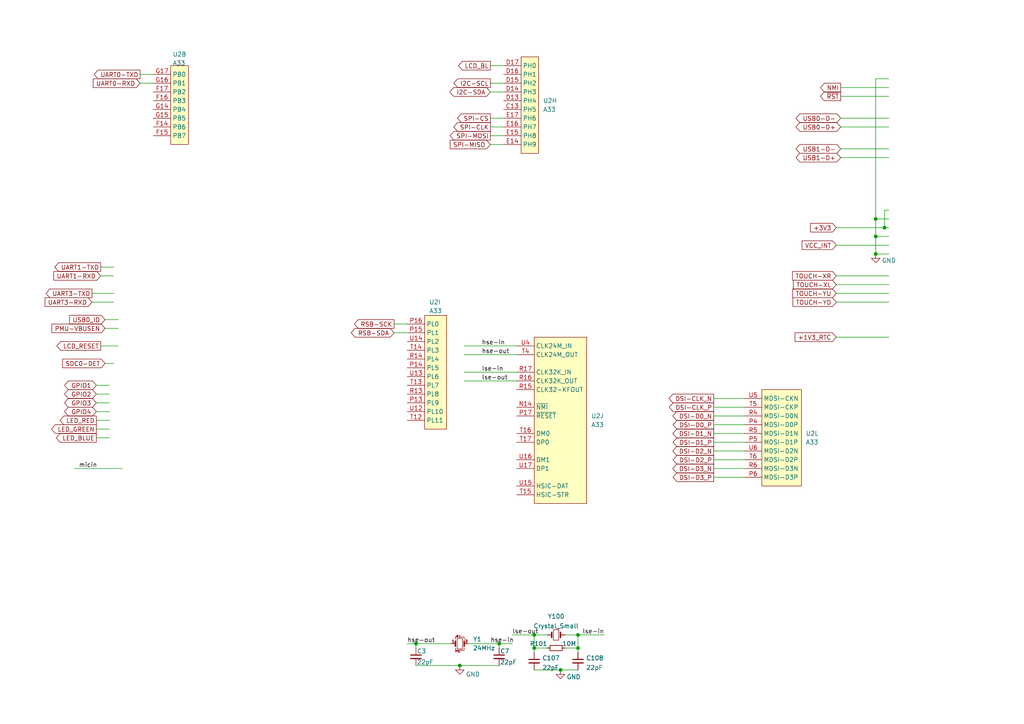
<source format=kicad_sch>
(kicad_sch (version 20250114) (generator "eeschema") (generator_version "9.0")
  (paper "A4")
  (lib_symbols
    (symbol "Device:C_Small" (pin_numbers (hide yes)) (pin_names (offset 0.254) (hide yes))
      (property "Reference" "C" (at 0.254 1.778 0))
      (property "Value" "C_Small" (at 0.254 -2.032 0))
      (symbol "C_Small_0_1"
        (polyline (pts (xy -1.524 0.508) (xy 1.524 0.508)) (stroke (width 0.3048)))
        (polyline (pts (xy -1.524 -0.508) (xy 1.524 -0.508)) (stroke (width 0.3302)))
      )
      (symbol "C_Small_1_1"
        (pin passive line (at 0 2.54 270) (length 2.032) (name "~") (number "1"))
        (pin passive line (at 0 -2.54 90) (length 2.032) (name "~") (number "2"))
      )
    )
    (symbol "Device:Crystal_GND24_Small" (pin_names (offset 1.016) (hide yes))
      (property "Reference" "Y" (at 1.27 4.445 0))
      (property "Value" "Crystal_GND24_Small" (at 1.27 2.54 0))
      (symbol "Crystal_GND24_Small_0_1"
        (polyline (pts (xy -1.27 1.27) (xy -1.27 1.905) (xy 1.27 1.905) (xy 1.27 1.27)))
        (polyline (pts (xy -1.27 -0.762) (xy -1.27 0.762)) (stroke (width 0.381)))
        (polyline (pts (xy -1.27 -1.27) (xy -1.27 -1.905) (xy 1.27 -1.905) (xy 1.27 -1.27)))
        (rectangle (start -0.762 -1.524) (end 0.762 1.524))
        (polyline (pts (xy 1.27 -0.762) (xy 1.27 0.762)) (stroke (width 0.381)))
      )
      (symbol "Crystal_GND24_Small_1_1"
        (pin passive line (at -2.54 0 0) (length 1.27) (name "1") (number "1"))
        (pin passive line (at 0 2.54 270) (length 0.635) (name "4") (number "4"))
        (pin passive line (at 0 -2.54 90) (length 0.635) (name "2") (number "2"))
        (pin passive line (at 2.54 0 180) (length 1.27) (name "3") (number "3"))
      )
    )
    (symbol "Device:Crystal_Small" (pin_numbers (hide yes)) (pin_names (offset 1.016) (hide yes))
      (property "Reference" "Y" (at 0 2.54 0))
      (property "Value" "Crystal_Small" (at 0 -2.54 0))
      (symbol "Crystal_Small_0_1"
        (polyline (pts (xy -1.27 -0.762) (xy -1.27 0.762)) (stroke (width 0.381)))
        (rectangle (start -0.762 -1.524) (end 0.762 1.524))
        (polyline (pts (xy 1.27 -0.762) (xy 1.27 0.762)) (stroke (width 0.381)))
      )
      (symbol "Crystal_Small_1_1"
        (pin passive line (at -2.54 0 0) (length 1.27) (name "1") (number "1"))
        (pin passive line (at 2.54 0 180) (length 1.27) (name "2") (number "2"))
      )
    )
    (symbol "Device:R_Small" (pin_numbers (hide yes)) (pin_names (offset 0.254) (hide yes))
      (property "Reference" "R" (at 0.762 0.508 0))
      (property "Value" "R_Small" (at 0.762 -1.016 0))
      (symbol "R_Small_0_1"
        (rectangle (start -0.762 1.778) (end 0.762 -1.778) (stroke (width 0.2032)))
      )
      (symbol "R_Small_1_1"
        (pin passive line (at 0 2.54 270) (length 0.762) (name "~") (number "1"))
        (pin passive line (at 0 -2.54 90) (length 0.762) (name "~") (number "2"))
      )
    )
    (symbol "allwinner:A33"
      (property "Reference" "U" (at 3.81 3.81 0))
      (property "Value" "A33" (at 3.81 1.27 0))
      (symbol "A33_1_0"
        (pin passive line (at -12.7 -2.54 0) (length 5.08) (name "SDQ0") (number "M1"))
        (pin passive line (at -12.7 -5.08 0) (length 5.08) (name "SDQ1") (number "M2"))
        (pin passive line (at -12.7 -7.62 0) (length 5.08) (name "SDQ2") (number "L1"))
        (pin passive line (at -12.7 -10.16 0) (length 5.08) (name "SDQ3") (number "L2"))
        (pin passive line (at -12.7 -12.7 0) (length 5.08) (name "SDQ4") (number "J1"))
        (pin passive line (at -12.7 -15.24 0) (length 5.08) (name "SDQ5") (number "J2"))
        (pin passive line (at -12.7 -17.78 0) (length 5.08) (name "SDQ6") (number "H1"))
        (pin passive line (at -12.7 -20.32 0) (length 5.08) (name "SDQ7") (number "H2"))
        (pin passive line (at -12.7 -22.86 0) (length 5.08) (name "SDQ8") (number "U3"))
        (pin passive line (at -12.7 -25.4 0) (length 5.08) (name "SDQ9") (number "U1"))
        (pin passive line (at -12.7 -27.94 0) (length 5.08) (name "SDQ10") (number "U2"))
        (pin passive line (at -12.7 -30.48 0) (length 5.08) (name "SDQ11") (number "T2"))
        (pin passive line (at -12.7 -33.02 0) (length 5.08) (name "SDQ12") (number "R2"))
        (pin passive line (at -12.7 -35.56 0) (length 5.08) (name "SDQ13") (number "P1"))
        (pin passive line (at -12.7 -38.1 0) (length 5.08) (name "SDQ14") (number "P2"))
        (pin passive line (at -12.7 -40.64 0) (length 5.08) (name "SDQ15") (number "N1"))
        (pin passive line (at 12.7 -2.54 180) (length 5.08) (name "SA0") (number "E4"))
        (pin passive line (at 12.7 -5.08 180) (length 5.08) (name "SA1") (number "D1"))
        (pin passive line (at 12.7 -7.62 180) (length 5.08) (name "SA2") (number "F2"))
        (pin passive line (at 12.7 -10.16 180) (length 5.08) (name "SA3") (number "H3"))
        (pin passive line (at 12.7 -12.7 180) (length 5.08) (name "SA4") (number "D2"))
        (pin passive line (at 12.7 -15.24 180) (length 5.08) (name "SA5") (number "F1"))
        (pin passive line (at 12.7 -17.78 180) (length 5.08) (name "SA6") (number "A1"))
        (pin passive line (at 12.7 -20.32 180) (length 5.08) (name "SA7") (number "G4"))
        (pin passive line (at 12.7 -22.86 180) (length 5.08) (name "SA8") (number "B1"))
        (pin passive line (at 12.7 -25.4 180) (length 5.08) (name "SA9") (number "F4"))
        (pin passive line (at 12.7 -27.94 180) (length 5.08) (name "SA10") (number "E2"))
        (pin passive line (at 12.7 -30.48 180) (length 5.08) (name "SA11") (number "C2"))
        (pin passive line (at 12.7 -33.02 180) (length 5.08) (name "SA12") (number "E1"))
        (pin passive line (at 12.7 -35.56 180) (length 5.08) (name "SA13") (number "F3"))
        (pin passive line (at 12.7 -38.1 180) (length 5.08) (name "SA14") (number "C1"))
        (pin passive line (at 12.7 -40.64 180) (length 5.08) (name "SA15") (number "E3"))
        (pin passive line (at 12.7 -45.72 180) (length 5.08) (name "BA0") (number "J3"))
        (pin passive line (at 12.7 -48.26 180) (length 5.08) (name "BA1") (number "K4"))
        (pin passive line (at 12.7 -50.8 180) (length 5.08) (name "BA2") (number "H4"))
        (pin passive line (at 12.7 -55.88 180) (length 5.08) (name "RAS") (number "L4"))
        (pin passive line (at 12.7 -58.42 180) (length 5.08) (name "CAS") (number "M3"))
        (pin passive line (at 12.7 -60.96 180) (length 5.08) (name "WE") (number "K3"))
        (pin passive line (at 12.7 -63.5 180) (length 5.08) (name "RST") (number "G3"))
        (pin passive line (at 12.7 -68.58 180) (length 5.08) (name "ODT0") (number "L3"))
        (pin passive line (at 12.7 -71.12 180) (length 5.08) (name "ODT1") (number "L7"))
      )
      (symbol "A33_1_1"
        (rectangle (start -7.62 0) (end 7.62 -86.36) (stroke (width 0.1524)) (fill (type background)))
        (pin passive line (at -12.7 -45.72 0) (length 5.08) (name "CK+") (number "G1"))
        (pin passive line (at -12.7 -48.26 0) (length 5.08) (name "CK-") (number "G2"))
        (pin passive line (at -12.7 -53.34 0) (length 5.08) (name "CKE0") (number "J4"))
        (pin passive line (at -12.7 -55.88 0) (length 5.08) (name "CKE1") (number "N7"))
        (pin passive line (at -12.7 -60.96 0) (length 5.08) (name "DM0") (number "N2"))
        (pin passive line (at -12.7 -63.5 0) (length 5.08) (name "DM1") (number "T3"))
        (pin passive line (at -12.7 -68.58 0) (length 5.08) (name "DQS0+") (number "K2"))
        (pin passive line (at -12.7 -71.12 0) (length 5.08) (name "DQS0-") (number "K1"))
        (pin passive line (at -12.7 -73.66 0) (length 5.08) (name "DQS1+") (number "R1"))
        (pin passive line (at -12.7 -76.2 0) (length 5.08) (name "DQS1-") (number "T1"))
        (pin passive line (at -12.7 -81.28 0) (length 5.08) (name "DZQ") (number "R3"))
        (pin passive line (at -12.7 -83.82 0) (length 5.08) (name "SVREF") (number "M4"))
        (pin passive line (at 12.7 -78.74 180) (length 5.08) (name "CS0") (number "N3"))
        (pin passive line (at 12.7 -81.28 180) (length 5.08) (name "CS1") (number "N5"))
      )
      (symbol "A33_2_0"
        (pin passive line (at -7.62 -2.54 0) (length 5.08) (name "PB0") (number "G17"))
        (pin passive line (at -7.62 -5.08 0) (length 5.08) (name "PB1") (number "G16"))
        (pin passive line (at -7.62 -7.62 0) (length 5.08) (name "PB2") (number "F17"))
        (pin passive line (at -7.62 -10.16 0) (length 5.08) (name "PB3") (number "F16"))
        (pin passive line (at -7.62 -12.7 0) (length 5.08) (name "PB4") (number "G14"))
        (pin passive line (at -7.62 -15.24 0) (length 5.08) (name "PB5") (number "G15"))
        (pin passive line (at -7.62 -17.78 0) (length 5.08) (name "PB6") (number "F14"))
        (pin passive line (at -7.62 -20.32 0) (length 5.08) (name "PB7") (number "F15"))
      )
      (symbol "A33_2_1"
        (rectangle (start -2.54 0) (end 2.54 -22.86) (stroke (width 0.1524)) (fill (type background)))
      )
      (symbol "A33_3_0"
        (pin passive line (at -7.62 -2.54 0) (length 5.08) (name "PC0") (number "D12"))
        (pin passive line (at -7.62 -5.08 0) (length 5.08) (name "PC1") (number "C12"))
        (pin passive line (at -7.62 -7.62 0) (length 5.08) (name "PC2") (number "C11"))
        (pin passive line (at -7.62 -10.16 0) (length 5.08) (name "PC3") (number "D11"))
        (pin passive line (at -7.62 -12.7 0) (length 5.08) (name "PC4") (number "B11"))
        (pin passive line (at -7.62 -15.24 0) (length 5.08) (name "PC5") (number "C10"))
        (pin passive line (at -7.62 -17.78 0) (length 5.08) (name "PC6") (number "D10"))
        (pin passive line (at -7.62 -20.32 0) (length 5.08) (name "PC7") (number "A12"))
        (pin passive line (at -7.62 -22.86 0) (length 5.08) (name "PC8") (number "A11"))
        (pin passive line (at -7.62 -25.4 0) (length 5.08) (name "PC9") (number "B10"))
        (pin passive line (at -7.62 -27.94 0) (length 5.08) (name "PC10") (number "A10"))
        (pin passive line (at -7.62 -30.48 0) (length 5.08) (name "PC11") (number "B9"))
        (pin passive line (at -7.62 -33.02 0) (length 5.08) (name "PC12") (number "A9"))
        (pin passive line (at -7.62 -35.56 0) (length 5.08) (name "PC13") (number "B8"))
        (pin passive line (at -7.62 -38.1 0) (length 5.08) (name "PC14") (number "A8"))
        (pin passive line (at -7.62 -40.64 0) (length 5.08) (name "PC15") (number "B7"))
        (pin passive line (at -7.62 -43.18 0) (length 5.08) (name "PC16") (number "A7"))
      )
      (symbol "A33_3_1"
        (rectangle (start -2.54 0) (end 3.81 -45.72) (stroke (width 0.1524)) (fill (type background)))
      )
      (symbol "A33_4_0"
        (pin passive line (at -7.62 -2.54 0) (length 5.08) (name "PD2") (number "R12"))
        (pin passive line (at -7.62 -5.08 0) (length 5.08) (name "PD3") (number "P12"))
        (pin passive line (at -7.62 -7.62 0) (length 5.08) (name "PD4") (number "R11"))
        (pin passive line (at -7.62 -10.16 0) (length 5.08) (name "PD5") (number "P11"))
        (pin passive line (at -7.62 -12.7 0) (length 5.08) (name "PD6") (number "R10"))
        (pin passive line (at -7.62 -15.24 0) (length 5.08) (name "PD7") (number "P10"))
        (pin passive line (at -7.62 -22.86 0) (length 5.08) (name "PD10") (number "R9"))
        (pin passive line (at -7.62 -25.4 0) (length 5.08) (name "PD11") (number "P9"))
        (pin passive line (at -7.62 -27.94 0) (length 5.08) (name "PD12") (number "R8"))
        (pin passive line (at -7.62 -30.48 0) (length 5.08) (name "PD13") (number "P8"))
        (pin passive line (at -7.62 -33.02 0) (length 5.08) (name "PD14") (number "R7"))
        (pin passive line (at -7.62 -35.56 0) (length 5.08) (name "PD15") (number "P7"))
        (pin passive line (at -7.62 -43.18 0) (length 5.08) (name "PD18") (number "U11"))
        (pin passive line (at -7.62 -45.72 0) (length 5.08) (name "PD19") (number "T11"))
        (pin passive line (at -7.62 -48.26 0) (length 5.08) (name "PD20") (number "U10"))
        (pin passive line (at -7.62 -50.8 0) (length 5.08) (name "PD21") (number "T10"))
        (pin passive line (at -7.62 -53.34 0) (length 5.08) (name "PD22") (number "U9"))
        (pin passive line (at -7.62 -55.88 0) (length 5.08) (name "PD23") (number "T9"))
        (pin passive line (at -7.62 -58.42 0) (length 5.08) (name "PD24") (number "U8"))
        (pin passive line (at -7.62 -60.96 0) (length 5.08) (name "PD25") (number "T8"))
        (pin passive line (at -7.62 -63.5 0) (length 5.08) (name "PD26") (number "U7"))
        (pin passive line (at -7.62 -66.04 0) (length 5.08) (name "PD27") (number "T7"))
      )
      (symbol "A33_4_1"
        (rectangle (start -2.54 0) (end 3.81 -68.58) (stroke (width 0.1524)) (fill (type background)))
      )
      (symbol "A33_5_0"
        (pin passive line (at -8.89 -2.54 0) (length 5.08) (name "PE0") (number "C5"))
        (pin passive line (at -8.89 -5.08 0) (length 5.08) (name "PE1") (number "D5"))
        (pin passive line (at -8.89 -7.62 0) (length 5.08) (name "PE2") (number "C6"))
        (pin passive line (at -8.89 -10.16 0) (length 5.08) (name "PE3") (number "D6"))
        (pin passive line (at -8.89 -12.7 0) (length 5.08) (name "PE4") (number "A6"))
        (pin passive line (at -8.89 -15.24 0) (length 5.08) (name "PE5") (number "B6"))
        (pin passive line (at -8.89 -17.78 0) (length 5.08) (name "PE6") (number "A5"))
        (pin passive line (at -8.89 -20.32 0) (length 5.08) (name "PE7") (number "B5"))
        (pin passive line (at -8.89 -22.86 0) (length 5.08) (name "PE8") (number "A4"))
        (pin passive line (at -8.89 -25.4 0) (length 5.08) (name "PE9") (number "B4"))
        (pin passive line (at -8.89 -27.94 0) (length 5.08) (name "PE10") (number "A3"))
        (pin passive line (at -8.89 -30.48 0) (length 5.08) (name "PE11") (number "B3"))
        (pin passive line (at -8.89 -33.02 0) (length 5.08) (name "PE12") (number "A2"))
        (pin passive line (at -8.89 -35.56 0) (length 5.08) (name "PE13") (number "B2"))
        (pin passive line (at -8.89 -38.1 0) (length 5.08) (name "PE14") (number "C3"))
        (pin passive line (at -8.89 -40.64 0) (length 5.08) (name "PE15") (number "D3"))
        (pin passive line (at -8.89 -43.18 0) (length 5.08) (name "PE16") (number "C4"))
        (pin passive line (at -8.89 -45.72 0) (length 5.08) (name "PE17") (number "D4"))
      )
      (symbol "A33_5_1"
        (rectangle (start -3.81 0) (end 2.54 -48.26) (stroke (width 0.1524)) (fill (type background)))
      )
      (symbol "A33_6_0"
        (pin passive line (at -7.62 -2.54 0) (length 5.08) (name "PF0") (number "D9"))
        (pin passive line (at -7.62 -5.08 0) (length 5.08) (name "PF1") (number "C9"))
        (pin passive line (at -7.62 -7.62 0) (length 5.08) (name "PF2") (number "D8"))
        (pin passive line (at -7.62 -10.16 0) (length 5.08) (name "PF3") (number "C8"))
        (pin passive line (at -7.62 -12.7 0) (length 5.08) (name "PF4") (number "D7"))
        (pin passive line (at -7.62 -15.24 0) (length 5.08) (name "PF5") (number "C7"))
      )
      (symbol "A33_6_1"
        (rectangle (start -2.54 0) (end 3.81 -20.32) (stroke (width 0.1524)) (fill (type background)))
      )
      (symbol "A33_7_0"
        (pin passive line (at -8.89 -2.54 0) (length 5.08) (name "PG0") (number "A15"))
        (pin passive line (at -8.89 -5.08 0) (length 5.08) (name "PG1") (number "B15"))
        (pin passive line (at -8.89 -7.62 0) (length 5.08) (name "PG2") (number "A14"))
        (pin passive line (at -8.89 -10.16 0) (length 5.08) (name "PG3") (number "B14"))
        (pin passive line (at -8.89 -12.7 0) (length 5.08) (name "PG4") (number "A13"))
        (pin passive line (at -8.89 -15.24 0) (length 5.08) (name "PG5") (number "B13"))
        (pin passive line (at -8.89 -17.78 0) (length 5.08) (name "PG6") (number "A17"))
        (pin passive line (at -8.89 -20.32 0) (length 5.08) (name "PG7") (number "B17"))
        (pin passive line (at -8.89 -22.86 0) (length 5.08) (name "PG8") (number "B16"))
        (pin passive line (at -8.89 -25.4 0) (length 5.08) (name "PG9") (number "A16"))
        (pin passive line (at -8.89 -27.94 0) (length 5.08) (name "PG10") (number "C17"))
        (pin passive line (at -8.89 -30.48 0) (length 5.08) (name "PG11") (number "C16"))
        (pin passive line (at -8.89 -33.02 0) (length 5.08) (name "PG12") (number "C15"))
        (pin passive line (at -8.89 -35.56 0) (length 5.08) (name "PG13") (number "C14"))
      )
      (symbol "A33_7_1"
        (rectangle (start -3.81 0) (end 3.81 -38.1) (stroke (width 0.1524)) (fill (type background)))
      )
      (symbol "A33_8_0"
        (pin passive line (at -7.62 -2.54 0) (length 5.08) (name "PH0") (number "D17"))
        (pin passive line (at -7.62 -5.08 0) (length 5.08) (name "PH1") (number "D16"))
        (pin passive line (at -7.62 -7.62 0) (length 5.08) (name "PH2") (number "D15"))
        (pin passive line (at -7.62 -10.16 0) (length 5.08) (name "PH3") (number "D14"))
        (pin passive line (at -7.62 -12.7 0) (length 5.08) (name "PH4") (number "D13"))
        (pin passive line (at -7.62 -15.24 0) (length 5.08) (name "PH5") (number "C13"))
        (pin passive line (at -7.62 -17.78 0) (length 5.08) (name "PH6") (number "E17"))
        (pin passive line (at -7.62 -20.32 0) (length 5.08) (name "PH7") (number "E16"))
        (pin passive line (at -7.62 -22.86 0) (length 5.08) (name "PH8") (number "E15"))
        (pin passive line (at -7.62 -25.4 0) (length 5.08) (name "PH9") (number "E14"))
      )
      (symbol "A33_8_1"
        (rectangle (start -2.54 0) (end 2.54 -27.94) (stroke (width 0.1524)) (fill (type background)))
      )
      (symbol "A33_9_0"
        (pin passive line (at -7.62 -2.54 0) (length 5.08) (name "PL0") (number "P16"))
        (pin passive line (at -7.62 -5.08 0) (length 5.08) (name "PL1") (number "P15"))
        (pin passive line (at -7.62 -7.62 0) (length 5.08) (name "PL2") (number "U14"))
        (pin passive line (at -7.62 -10.16 0) (length 5.08) (name "PL3") (number "T14"))
        (pin passive line (at -7.62 -12.7 0) (length 5.08) (name "PL4") (number "R14"))
        (pin passive line (at -7.62 -15.24 0) (length 5.08) (name "PL5") (number "P14"))
        (pin passive line (at -7.62 -17.78 0) (length 5.08) (name "PL6") (number "U13"))
        (pin passive line (at -7.62 -20.32 0) (length 5.08) (name "PL7") (number "T13"))
        (pin passive line (at -7.62 -22.86 0) (length 5.08) (name "PL8") (number "R13"))
        (pin passive line (at -7.62 -25.4 0) (length 5.08) (name "PL9") (number "P13"))
        (pin passive line (at -7.62 -27.94 0) (length 5.08) (name "PL10") (number "U12"))
        (pin passive line (at -7.62 -30.48 0) (length 5.08) (name "PL11") (number "T12"))
      )
      (symbol "A33_9_1"
        (rectangle (start -2.54 0) (end 3.81 -33.02) (stroke (width 0.1524)) (fill (type background)))
      )
      (symbol "A33_10_0"
        (pin passive line (at -12.7 -2.54 0) (length 5.08) (name "CLK24M_IN") (number "U4"))
        (pin passive line (at -12.7 -5.08 0) (length 5.08) (name "CLK24M_OUT") (number "T4"))
        (pin passive line (at -12.7 -10.16 0) (length 5.08) (name "CLK32K_IN") (number "R17"))
        (pin passive line (at -12.7 -12.7 0) (length 5.08) (name "CLK32K_OUT") (number "R16"))
        (pin passive line (at -12.7 -15.24 0) (length 5.08) (name "CLK32-KFOUT") (number "R15"))
        (pin passive line (at -12.7 -20.32 0) (length 5.08) (name "~{NMI}") (number "N14"))
        (pin passive line (at -12.7 -22.86 0) (length 5.08) (name "~{RESET}") (number "P17"))
        (pin passive line (at -12.7 -27.94 0) (length 5.08) (name "DM0") (number "T16"))
        (pin passive line (at -12.7 -30.48 0) (length 5.08) (name "DP0") (number "T17"))
        (pin passive line (at -12.7 -35.56 0) (length 5.08) (name "DM1") (number "U16"))
        (pin passive line (at -12.7 -38.1 0) (length 5.08) (name "DP1") (number "U17"))
        (pin passive line (at -12.7 -43.18 0) (length 5.08) (name "HSIC-DAT") (number "U15"))
        (pin passive line (at -12.7 -45.72 0) (length 5.08) (name "HSIC-STR") (number "T15"))
      )
      (symbol "A33_10_1"
        (rectangle (start -7.62 0) (end 7.62 -48.26) (stroke (width 0.1524)) (fill (type background)))
      )
      (symbol "A33_11_0"
        (pin passive line (at -11.43 -2.54 0) (length 5.08) (name "MBIAS") (number "K14"))
        (pin passive line (at -11.43 -5.08 0) (length 5.08) (name "MIC1N") (number "M16"))
        (pin passive line (at -11.43 -7.62 0) (length 5.08) (name "MIC1P") (number "M17"))
        (pin passive line (at -11.43 -10.16 0) (length 5.08) (name "MIC2N") (number "N16"))
        (pin passive line (at -11.43 -12.7 0) (length 5.08) (name "MIC2P") (number "N17"))
        (pin passive line (at -11.43 -17.78 0) (length 5.08) (name "LINEINR") (number "J15"))
        (pin passive line (at -11.43 -20.32 0) (length 5.08) (name "LINEINL") (number "H15"))
        (pin passive line (at -11.43 -25.4 0) (length 5.08) (name "VRA1") (number "K16"))
        (pin passive line (at -11.43 -27.94 0) (length 5.08) (name "VRA2") (number "K17"))
        (pin passive line (at -11.43 -30.48 0) (length 5.08) (name "VRP") (number "L17"))
        (pin passive line (at -11.43 -35.56 0) (length 5.08) (name "AVCC") (number "L16"))
        (pin passive line (at -11.43 -38.1 0) (length 5.08) (name "AGND") (number "H13"))
        (pin passive line (at -11.43 -43.18 0) (length 5.08) (name "PHONEOUTN") (number "N15"))
        (pin passive line (at -11.43 -45.72 0) (length 5.08) (name "PHONEOUTP") (number "M15"))
        (pin passive line (at -11.43 -50.8 0) (length 5.08) (name "PHONEINN") (number "K15"))
        (pin passive line (at -11.43 -53.34 0) (length 5.08) (name "PHONEINP") (number "L15"))
        (pin passive line (at -11.43 -58.42 0) (length 5.08) (name "HBIAS") (number "J14"))
        (pin passive line (at -11.43 -60.96 0) (length 5.08) (name "HPOUTR") (number "J16"))
        (pin passive line (at -11.43 -63.5 0) (length 5.08) (name "HPOUTL") (number "J17"))
        (pin passive line (at -11.43 -66.04 0) (length 5.08) (name "HPCOM") (number "H14"))
        (pin passive line (at -11.43 -68.58 0) (length 5.08) (name "HPCOMFB") (number "H16"))
        (pin passive line (at -11.43 -71.12 0) (length 5.08) (name "HPVCCBP") (number "H17"))
        (pin passive line (at -11.43 -73.66 0) (length 5.08) (name "HPVCCIN") (number "K13"))
        (pin passive line (at -11.43 -78.74 0) (length 5.08) (name "LRADC0") (number "L14"))
      )
      (symbol "A33_11_1"
        (rectangle (start -6.35 0) (end 6.35 -81.28) (stroke (width 0.1524)) (fill (type background)))
      )
      (symbol "A33_12_0"
        (pin passive line (at -10.16 -2.54 0) (length 5.08) (name "MDSI-CKN") (number "U5"))
        (pin passive line (at -10.16 -5.08 0) (length 5.08) (name "MDSI-CKP") (number "T5"))
        (pin passive line (at -10.16 -7.62 0) (length 5.08) (name "MDSI-D0N") (number "R4"))
        (pin passive line (at -10.16 -10.16 0) (length 5.08) (name "MDSI-D0P") (number "P4"))
        (pin passive line (at -10.16 -12.7 0) (length 5.08) (name "MDSI-D1N") (number "R5"))
        (pin passive line (at -10.16 -15.24 0) (length 5.08) (name "MDSI-D1P") (number "P5"))
        (pin passive line (at -10.16 -17.78 0) (length 5.08) (name "MDSI-D2N") (number "U6"))
        (pin passive line (at -10.16 -20.32 0) (length 5.08) (name "MDSI-D2P") (number "T6"))
        (pin passive line (at -10.16 -22.86 0) (length 5.08) (name "MDSI-D3N") (number "R6"))
        (pin passive line (at -10.16 -25.4 0) (length 5.08) (name "MDSI-D3P") (number "P6"))
      )
      (symbol "A33_12_1"
        (rectangle (start -5.08 0) (end 6.35 -27.94) (stroke (width 0.1524)) (fill (type background)))
      )
      (symbol "A33_13_0"
        (pin passive line (at -7.62 -5.08 0) (length 5.08) (name "VCC-DRAM") (number "H5"))
        (pin passive line (at -7.62 -5.08 0) (length 5.08) (hide yes) (name "VCC-DRAM") (number "H6"))
        (pin passive line (at -7.62 -5.08 0) (length 5.08) (hide yes) (name "VCC-DRAM") (number "J5"))
        (pin passive line (at -7.62 -5.08 0) (length 5.08) (hide yes) (name "VCC-DRAM") (number "J6"))
        (pin passive line (at -7.62 -5.08 0) (length 5.08) (hide yes) (name "VCC-DRAM") (number "K5"))
        (pin passive line (at -7.62 -5.08 0) (length 5.08) (hide yes) (name "VCC-DRAM") (number "L5"))
        (pin passive line (at -7.62 -10.16 0) (length 5.08) (name "VDD-DLL") (number "P3"))
        (pin passive line (at -7.62 -15.24 0) (length 5.08) (name "VCC-PD") (number "M11"))
        (pin passive line (at -7.62 -15.24 0) (length 5.08) (hide yes) (name "VCC-PD") (number "N11"))
        (pin passive line (at -7.62 -17.78 0) (length 5.08) (name "VCC-USB") (number "L12"))
        (pin passive line (at -7.62 -20.32 0) (length 5.08) (name "VCC-HSIC") (number "N12"))
        (pin passive line (at -7.62 -22.86 0) (length 5.08) (name "VCC-DSI") (number "N6"))
        (pin passive line (at -7.62 -29.21 0) (length 5.08) (name "VCC-RTC") (number "M12"))
        (pin passive line (at -7.62 -31.75 0) (length 5.08) (name "RTCVIO") (number "M13"))
        (pin passive line (at -7.62 -34.29 0) (length 5.08) (name "VCC-PLL") (number "M5"))
        (pin passive line (at -7.62 -36.83 0) (length 5.08) (name "VCC-EFUSE") (number "M8"))
        (pin passive line (at -7.62 -39.37 0) (length 5.08) (name "VDD-CPUS") (number "M14"))
        (pin passive line (at -7.62 -41.91 0) (length 5.08) (name "VDD-CPU") (number "E5"))
        (pin passive line (at -7.62 -41.91 0) (length 5.08) (hide yes) (name "VDD-CPU") (number "E6"))
        (pin passive line (at -7.62 -41.91 0) (length 5.08) (hide yes) (name "VDD-CPU") (number "E7"))
        (pin passive line (at -7.62 -41.91 0) (length 5.08) (hide yes) (name "VDD-CPU") (number "F5"))
        (pin passive line (at -7.62 -41.91 0) (length 5.08) (hide yes) (name "VDD-CPU") (number "F6"))
        (pin passive line (at -7.62 -41.91 0) (length 5.08) (hide yes) (name "VDD-CPU") (number "F7"))
        (pin passive line (at -7.62 -41.91 0) (length 5.08) (hide yes) (name "VDD-CPU") (number "G5"))
        (pin passive line (at -7.62 -41.91 0) (length 5.08) (hide yes) (name "VDD-CPU") (number "G6"))
        (pin passive line (at -7.62 -44.45 0) (length 5.08) (hide yes) (name "VDD-SYS") (number "E10"))
        (pin passive line (at -7.62 -44.45 0) (length 5.08) (hide yes) (name "VDD-SYS") (number "E8"))
        (pin passive line (at -7.62 -44.45 0) (length 5.08) (hide yes) (name "VDD-SYS") (number "E9"))
        (pin passive line (at -7.62 -44.45 0) (length 5.08) (hide yes) (name "VDD-SYS") (number "K6"))
        (pin passive line (at -7.62 -44.45 0) (length 5.08) (hide yes) (name "VDD-SYS") (number "L6"))
        (pin passive line (at -7.62 -44.45 0) (length 5.08) (hide yes) (name "VDD-SYS") (number "M6"))
        (pin passive line (at -7.62 -44.45 0) (length 5.08) (hide yes) (name "VDD-SYS") (number "M7"))
        (pin passive line (at -7.62 -44.45 0) (length 5.08) (name "VDD-SYS") (number "N10"))
        (pin passive line (at -7.62 -44.45 0) (length 5.08) (hide yes) (name "VDD-SYS") (number "N8"))
        (pin passive line (at -7.62 -44.45 0) (length 5.08) (hide yes) (name "VDD-SYS") (number "N9"))
        (pin passive line (at -7.62 -46.99 0) (length 5.08) (hide yes) (name "VCC-IO") (number "E11"))
        (pin passive line (at -7.62 -46.99 0) (length 5.08) (name "VCC-IO") (number "E12"))
        (pin passive line (at -7.62 -46.99 0) (length 5.08) (hide yes) (name "VCC-IO") (number "F11"))
        (pin passive line (at -7.62 -46.99 0) (length 5.08) (hide yes) (name "VCC-IO") (number "F12"))
        (pin passive line (at -7.62 -46.99 0) (length 5.08) (hide yes) (name "VCC-IO") (number "G12"))
        (pin passive line (at -7.62 -52.07 0) (length 5.08) (hide yes) (name "GND") (number "F10"))
        (pin passive line (at -7.62 -52.07 0) (length 5.08) (hide yes) (name "GND") (number "F8"))
        (pin passive line (at -7.62 -52.07 0) (length 5.08) (hide yes) (name "GND") (number "F9"))
        (pin passive line (at -7.62 -52.07 0) (length 5.08) (hide yes) (name "GND") (number "G10"))
        (pin passive line (at -7.62 -52.07 0) (length 5.08) (hide yes) (name "GND") (number "G11"))
        (pin passive line (at -7.62 -52.07 0) (length 5.08) (hide yes) (name "GND") (number "G7"))
        (pin passive line (at -7.62 -52.07 0) (length 5.08) (hide yes) (name "GND") (number "G8"))
        (pin passive line (at -7.62 -52.07 0) (length 5.08) (hide yes) (name "GND") (number "G9"))
        (pin passive line (at -7.62 -52.07 0) (length 5.08) (hide yes) (name "GND") (number "H10"))
        (pin passive line (at -7.62 -52.07 0) (length 5.08) (hide yes) (name "GND") (number "H11"))
        (pin passive line (at -7.62 -52.07 0) (length 5.08) (hide yes) (name "GND") (number "H12"))
        (pin passive line (at -7.62 -52.07 0) (length 5.08) (hide yes) (name "GND") (number "H7"))
        (pin passive line (at -7.62 -52.07 0) (length 5.08) (hide yes) (name "GND") (number "H8"))
        (pin passive line (at -7.62 -52.07 0) (length 5.08) (hide yes) (name "GND") (number "H9"))
        (pin passive line (at -7.62 -52.07 0) (length 5.08) (hide yes) (name "GND") (number "J10"))
        (pin passive line (at -7.62 -52.07 0) (length 5.08) (hide yes) (name "GND") (number "J11"))
        (pin passive line (at -7.62 -52.07 0) (length 5.08) (hide yes) (name "GND") (number "J12"))
        (pin passive line (at -7.62 -52.07 0) (length 5.08) (hide yes) (name "GND") (number "J7"))
        (pin passive line (at -7.62 -52.07 0) (length 5.08) (hide yes) (name "GND") (number "J8"))
        (pin passive line (at -7.62 -52.07 0) (length 5.08) (hide yes) (name "GND") (number "J9"))
        (pin passive line (at -7.62 -52.07 0) (length 5.08) (hide yes) (name "GND") (number "K10"))
        (pin passive line (at -7.62 -52.07 0) (length 5.08) (hide yes) (name "GND") (number "K11"))
        (pin passive line (at -7.62 -52.07 0) (length 5.08) (hide yes) (name "GND") (number "K12"))
        (pin passive line (at -7.62 -52.07 0) (length 5.08) (hide yes) (name "GND") (number "K7"))
        (pin passive line (at -7.62 -52.07 0) (length 5.08) (hide yes) (name "GND") (number "K8"))
        (pin passive line (at -7.62 -52.07 0) (length 5.08) (hide yes) (name "GND") (number "K9"))
        (pin passive line (at -7.62 -52.07 0) (length 5.08) (hide yes) (name "GND") (number "L10"))
        (pin passive line (at -7.62 -52.07 0) (length 5.08) (name "GND") (number "L11"))
        (pin passive line (at -7.62 -52.07 0) (length 5.08) (hide yes) (name "GND") (number "L8"))
        (pin passive line (at -7.62 -52.07 0) (length 5.08) (hide yes) (name "GND") (number "L9"))
        (pin passive line (at -7.62 -52.07 0) (length 5.08) (hide yes) (name "GND") (number "M10"))
        (pin passive line (at -7.62 -52.07 0) (length 5.08) (hide yes) (name "GND") (number "M9"))
        (pin passive line (at -7.62 -52.07 0) (length 5.08) (hide yes) (name "GND") (number "N4"))
      )
      (symbol "A33_13_1"
        (rectangle (start -2.54 -2.54) (end 10.16 -54.61) (stroke (width 0.1524)) (fill (type background)))
      )
    )
    (symbol "power:GND" (power) (pin_names (offset 0))
      (property "Value" "GND" (at 0 -3.81 0))
      (symbol "GND_0_1"
        (polyline (pts (xy 0 0) (xy 0 -1.27) (xy 1.27 -1.27) (xy 0 -2.54) (xy -1.27 -1.27) (xy 0 -1.27)))
      )
      (symbol "GND_1_1"
        (pin power_in line (at 0 0 270) (length 0) (hide yes) (name "GND") (number "1"))
      )
    )
  )
  (junction (at 167.64 187.96))
  (junction (at 133.35 193.04) (diameter 0.9144))
  (junction (at 120.65 186.69) (diameter 0.9144))
  (junction (at 154.94 187.96))
  (junction (at 144.78 186.69) (diameter 0.9144))
  (junction (at 162.56 194.31) (diameter 0.9144))
  (junction (at 254 73.66))
  (junction (at 254 68.58))
  (junction (at 154.94 184.15))
  (junction (at 254 63.5))
  (junction (at 256.54 66.04))
  (junction (at 167.64 184.15))
  (wire (pts (xy 142.24 34.29) (xy 146.05 34.29)))
  (wire (pts (xy 120.65 186.69) (xy 130.81 186.69)))
  (wire (pts (xy 254 68.58) (xy 257.81 68.58)))
  (wire (pts (xy 207.01 133.35) (xy 215.9 133.35)))
  (wire (pts (xy 27.94 124.46) (xy 31.75 124.46)))
  (wire (pts (xy 207.01 138.43) (xy 215.9 138.43)))
  (wire (pts (xy 120.65 193.04) (xy 133.35 193.04)))
  (wire (pts (xy 242.57 85.09) (xy 257.81 85.09)))
  (wire (pts (xy 142.24 24.13) (xy 146.05 24.13)))
  (wire (pts (xy 135.89 186.69) (xy 144.78 186.69)))
  (wire (pts (xy 254 73.66) (xy 257.81 73.66)))
  (wire (pts (xy 154.94 194.31) (xy 162.56 194.31)))
  (wire (pts (xy 27.94 116.84) (xy 31.75 116.84)))
  (wire (pts (xy 207.01 135.89) (xy 215.9 135.89)))
  (wire (pts (xy 134.62 110.49) (xy 149.86 110.49)))
  (wire (pts (xy 257.81 63.5) (xy 254 63.5)))
  (wire (pts (xy 242.57 71.12) (xy 257.81 71.12)))
  (wire (pts (xy 134.62 107.95) (xy 149.86 107.95)))
  (wire (pts (xy 243.84 34.29) (xy 257.81 34.29)))
  (wire (pts (xy 114.3 96.52) (xy 118.11 96.52)))
  (wire (pts (xy 242.57 97.79) (xy 257.81 97.79)))
  (wire (pts (xy 243.84 45.72) (xy 257.81 45.72)))
  (wire (pts (xy 27.94 121.92) (xy 31.75 121.92)))
  (wire (pts (xy 154.94 187.96) (xy 158.75 187.96)))
  (wire (pts (xy 254 22.86) (xy 254 63.5)))
  (wire (pts (xy 163.83 184.15) (xy 167.64 184.15)))
  (wire (pts (xy 207.01 128.27) (xy 215.9 128.27)))
  (wire (pts (xy 142.24 26.67) (xy 146.05 26.67)))
  (wire (pts (xy 27.94 119.38) (xy 31.75 119.38)))
  (wire (pts (xy 142.24 36.83) (xy 146.05 36.83)))
  (wire (pts (xy 207.01 125.73) (xy 215.9 125.73)))
  (wire (pts (xy 256.54 66.04) (xy 257.81 66.04)))
  (wire (pts (xy 254 63.5) (xy 254 68.58)))
  (wire (pts (xy 27.94 111.76) (xy 31.75 111.76)))
  (wire (pts (xy 162.56 194.31) (xy 167.64 194.31)))
  (wire (pts (xy 207.01 130.81) (xy 215.9 130.81)))
  (wire (pts (xy 40.64 21.59) (xy 44.45 21.59)))
  (wire (pts (xy 256.54 60.96) (xy 256.54 66.04)))
  (wire (pts (xy 30.48 92.71) (xy 34.29 92.71)))
  (wire (pts (xy 254 68.58) (xy 254 73.66)))
  (wire (pts (xy 207.01 123.19) (xy 215.9 123.19)))
  (wire (pts (xy 243.84 25.4) (xy 257.81 25.4)))
  (wire (pts (xy 167.64 187.96) (xy 167.64 189.23)))
  (wire (pts (xy 144.78 186.69) (xy 148.59 186.69)))
  (wire (pts (xy 27.94 114.3) (xy 31.75 114.3)))
  (wire (pts (xy 142.24 19.05) (xy 146.05 19.05)))
  (wire (pts (xy 26.67 85.09) (xy 33.02 85.09)))
  (wire (pts (xy 114.3 93.98) (xy 118.11 93.98)))
  (wire (pts (xy 207.01 118.11) (xy 215.9 118.11)))
  (wire (pts (xy 242.57 87.63) (xy 257.81 87.63)))
  (wire (pts (xy 243.84 27.94) (xy 257.81 27.94)))
  (wire (pts (xy 118.11 186.69) (xy 120.65 186.69)))
  (wire (pts (xy 167.64 184.15) (xy 167.64 187.96)))
  (wire (pts (xy 30.48 105.41) (xy 33.02 105.41)))
  (wire (pts (xy 242.57 66.04) (xy 256.54 66.04)))
  (wire (pts (xy 134.62 102.87) (xy 149.86 102.87)))
  (wire (pts (xy 243.84 43.18) (xy 257.81 43.18)))
  (wire (pts (xy 27.94 127) (xy 31.75 127)))
  (wire (pts (xy 144.78 187.96) (xy 144.78 186.69)))
  (wire (pts (xy 257.81 22.86) (xy 254 22.86)))
  (wire (pts (xy 163.83 187.96) (xy 167.64 187.96)))
  (wire (pts (xy 142.24 39.37) (xy 146.05 39.37)))
  (wire (pts (xy 29.21 80.01) (xy 33.02 80.01)))
  (wire (pts (xy 167.64 184.15) (xy 175.26 184.15)))
  (wire (pts (xy 154.94 187.96) (xy 154.94 189.23)))
  (wire (pts (xy 120.65 186.69) (xy 120.65 187.96)))
  (wire (pts (xy 243.84 36.83) (xy 257.81 36.83)))
  (wire (pts (xy 40.64 24.13) (xy 44.45 24.13)))
  (wire (pts (xy 133.35 193.04) (xy 144.78 193.04)))
  (wire (pts (xy 134.62 100.33) (xy 149.86 100.33)))
  (wire (pts (xy 242.57 82.55) (xy 257.81 82.55)))
  (wire (pts (xy 154.94 184.15) (xy 154.94 187.96)))
  (wire (pts (xy 148.59 184.15) (xy 154.94 184.15)))
  (wire (pts (xy 30.48 95.25) (xy 34.29 95.25)))
  (wire (pts (xy 154.94 184.15) (xy 158.75 184.15)))
  (wire (pts (xy 207.01 115.57) (xy 215.9 115.57)))
  (wire (pts (xy 242.57 80.01) (xy 257.81 80.01)))
  (wire (pts (xy 21.59 135.89) (xy 35.56 135.89)))
  (wire (pts (xy 142.24 41.91) (xy 146.05 41.91)))
  (wire (pts (xy 26.67 87.63) (xy 33.02 87.63)))
  (wire (pts (xy 29.21 100.33) (xy 34.29 100.33)))
  (wire (pts (xy 207.01 120.65) (xy 215.9 120.65)))
  (wire (pts (xy 257.81 60.96) (xy 256.54 60.96)))
  (wire (pts (xy 29.21 77.47) (xy 33.02 77.47)))
  (label "hse-in" (at 139.7 100.33 0))
  (label "hse-in" (at 142.24 186.69 0))
  (label "lse-out" (at 148.59 184.15 0))
  (label "lse-in" (at 168.91 184.15 0))
  (label "hse-out" (at 118.11 186.69 0))
  (label "lse-in" (at 139.7 107.95 0))
  (label "hse-out" (at 139.7 102.87 0))
  (label "lse-out" (at 139.7 110.49 0))
  (label "micin" (at 22.86 135.89 0))
  (global_label "DSI-D3_P" (shape output) (at 207.01 138.43 180) (property "Intersheetrefs" "${INTERSHEET_REFS}" (effects (hide yes))))
  (global_label "UART1-RXD" (shape input) (at 29.21 80.01 180) (property "Intersheetrefs" "${INTERSHEET_REFS}" (effects (hide yes))))
  (global_label "USB0-D-" (shape bidirectional) (at 243.84 34.29 180) (property "Intersheetrefs" "${INTERSHEET_REFS}" (effects (hide yes))))
  (global_label "TOUCH-YD" (shape input) (at 242.57 87.63 180) (property "Intersheetrefs" "${INTERSHEET_REFS}" (effects (hide yes))))
  (global_label "UART3-RXD" (shape input) (at 26.67 87.63 180) (property "Intersheetrefs" "${INTERSHEET_REFS}" (effects (hide yes))))
  (global_label "USB1-D-" (shape bidirectional) (at 243.84 43.18 180) (property "Intersheetrefs" "${INTERSHEET_REFS}" (effects (hide yes))))
  (global_label "LED_GREEN" (shape output) (at 27.94 124.46 180) (property "Intersheetrefs" "${INTERSHEET_REFS}" (effects (hide yes))))
  (global_label "PMU-VBUSEN" (shape input) (at 30.48 95.25 180) (property "Intersheetrefs" "${INTERSHEET_REFS}" (effects (hide yes))))
  (global_label "USB1-D+" (shape bidirectional) (at 243.84 45.72 180) (property "Intersheetrefs" "${INTERSHEET_REFS}" (effects (hide yes))))
  (global_label "UART0-RXD" (shape input) (at 40.64 24.13 180) (property "Intersheetrefs" "${INTERSHEET_REFS}" (effects (hide yes))))
  (global_label "SPI-CLK" (shape output) (at 142.24 36.83 180) (property "Intersheetrefs" "${INTERSHEET_REFS}" (effects (hide yes))))
  (global_label "TOUCH-XR" (shape input) (at 242.57 80.01 180) (property "Intersheetrefs" "${INTERSHEET_REFS}" (effects (hide yes))))
  (global_label "LED_RED" (shape output) (at 27.94 121.92 180) (property "Intersheetrefs" "${INTERSHEET_REFS}" (effects (hide yes))))
  (global_label "VCC_INT" (shape input) (at 242.57 71.12 180) (property "Intersheetrefs" "${INTERSHEET_REFS}" (effects (hide yes))))
  (global_label "SPI-MOSI" (shape output) (at 142.24 39.37 180) (property "Intersheetrefs" "${INTERSHEET_REFS}" (effects (hide yes))))
  (global_label "DSI-D2_N" (shape output) (at 207.01 130.81 180) (property "Intersheetrefs" "${INTERSHEET_REFS}" (effects (hide yes))))
  (global_label "LCD_RESET" (shape output) (at 29.21 100.33 180) (property "Intersheetrefs" "${INTERSHEET_REFS}" (effects (hide yes))))
  (global_label "~{RST}" (shape output) (at 243.84 27.94 180) (property "Intersheetrefs" "${INTERSHEET_REFS}" (effects (hide yes))))
  (global_label "UART0-TXD" (shape output) (at 40.64 21.59 180) (property "Intersheetrefs" "${INTERSHEET_REFS}" (effects (hide yes))))
  (global_label "LCD_BL" (shape output) (at 142.24 19.05 180) (property "Intersheetrefs" "${INTERSHEET_REFS}" (effects (hide yes))))
  (global_label "DSI-D0_P" (shape output) (at 207.01 123.19 180) (property "Intersheetrefs" "${INTERSHEET_REFS}" (effects (hide yes))))
  (global_label "DSI-D3_N" (shape output) (at 207.01 135.89 180) (property "Intersheetrefs" "${INTERSHEET_REFS}" (effects (hide yes))))
  (global_label "DSI-CLK_P" (shape output) (at 207.01 118.11 180) (property "Intersheetrefs" "${INTERSHEET_REFS}" (effects (hide yes))))
  (global_label "GPIO3" (shape bidirectional) (at 27.94 116.84 180) (property "Intersheetrefs" "${INTERSHEET_REFS}" (effects (hide yes))))
  (global_label "I2C-SCL" (shape output) (at 142.24 24.13 180) (property "Intersheetrefs" "${INTERSHEET_REFS}" (effects (hide yes))))
  (global_label "SDC0-DET" (shape input) (at 30.48 105.41 180) (property "Intersheetrefs" "${INTERSHEET_REFS}" (effects (hide yes))))
  (global_label "DSI-D0_N" (shape output) (at 207.01 120.65 180) (property "Intersheetrefs" "${INTERSHEET_REFS}" (effects (hide yes))))
  (global_label "+1V3_RTC" (shape input) (at 242.57 97.79 180) (property "Intersheetrefs" "${INTERSHEET_REFS}" (effects (hide yes))))
  (global_label "RSB-SCK" (shape output) (at 114.3 93.98 180) (property "Intersheetrefs" "${INTERSHEET_REFS}" (effects (hide yes))))
  (global_label "SPI-MISO" (shape input) (at 142.24 41.91 180) (property "Intersheetrefs" "${INTERSHEET_REFS}" (effects (hide yes))))
  (global_label "USB0-D+" (shape bidirectional) (at 243.84 36.83 180) (property "Intersheetrefs" "${INTERSHEET_REFS}" (effects (hide yes))))
  (global_label "UART1-TXD" (shape output) (at 29.21 77.47 180) (property "Intersheetrefs" "${INTERSHEET_REFS}" (effects (hide yes))))
  (global_label "UART3-TXD" (shape output) (at 26.67 85.09 180) (property "Intersheetrefs" "${INTERSHEET_REFS}" (effects (hide yes))))
  (global_label "GPIO1" (shape bidirectional) (at 27.94 111.76 180) (property "Intersheetrefs" "${INTERSHEET_REFS}" (effects (hide yes))))
  (global_label "DSI-D1_P" (shape output) (at 207.01 128.27 180) (property "Intersheetrefs" "${INTERSHEET_REFS}" (effects (hide yes))))
  (global_label "GPIO2" (shape bidirectional) (at 27.94 114.3 180) (property "Intersheetrefs" "${INTERSHEET_REFS}" (effects (hide yes))))
  (global_label "TOUCH-XL" (shape input) (at 242.57 82.55 180) (property "Intersheetrefs" "${INTERSHEET_REFS}" (effects (hide yes))))
  (global_label "USB0_ID" (shape input) (at 30.48 92.71 180) (property "Intersheetrefs" "${INTERSHEET_REFS}" (effects (hide yes))))
  (global_label "RSB-SDA" (shape bidirectional) (at 114.3 96.52 180) (property "Intersheetrefs" "${INTERSHEET_REFS}" (effects (hide yes))))
  (global_label "LED_BLUE" (shape output) (at 27.94 127 180) (property "Intersheetrefs" "${INTERSHEET_REFS}" (effects (hide yes))))
  (global_label "DSI-CLK_N" (shape output) (at 207.01 115.57 180) (property "Intersheetrefs" "${INTERSHEET_REFS}" (effects (hide yes))))
  (global_label "DSI-D2_P" (shape output) (at 207.01 133.35 180) (property "Intersheetrefs" "${INTERSHEET_REFS}" (effects (hide yes))))
  (global_label "+3V3" (shape input) (at 242.57 66.04 180) (property "Intersheetrefs" "${INTERSHEET_REFS}" (effects (hide yes))))
  (global_label "SPI-CS" (shape output) (at 142.24 34.29 180) (property "Intersheetrefs" "${INTERSHEET_REFS}" (effects (hide yes))))
  (global_label "TOUCH-YU" (shape input) (at 242.57 85.09 180) (property "Intersheetrefs" "${INTERSHEET_REFS}" (effects (hide yes))))
  (global_label "I2C-SDA" (shape bidirectional) (at 142.24 26.67 180) (property "Intersheetrefs" "${INTERSHEET_REFS}" (effects (hide yes))))
  (global_label "NMI" (shape output) (at 243.84 25.4 180) (property "Intersheetrefs" "${INTERSHEET_REFS}" (effects (hide yes))))
  (global_label "DSI-D1_N" (shape output) (at 207.01 125.73 180) (property "Intersheetrefs" "${INTERSHEET_REFS}" (effects (hide yes))))
  (global_label "GPIO4" (shape bidirectional) (at 27.94 119.38 180) (property "Intersheetrefs" "${INTERSHEET_REFS}" (effects (hide yes))))
  (symbol (lib_id "Device:R_Small") (at 161.29 187.96 90) (unit 1)
    (property "Reference" "R101" (at 156.21 186.69 90))
    (property "Value" "10M" (at 165.1 186.69 90))
    (property "Footprint" "Resistor_SMD:R_0402_1005Metric" (effects (hide yes)))
  )
  (symbol (lib_id "power:GND") (at 254 73.66 0) (unit 1)
    (property "Reference" "#PWR0178" (effects (hide yes)))
    (property "Value" "GND" (at 257.81 75.565 0))
  )
  (symbol (lib_id "Device:C_Small") (at 154.94 191.77 0) (unit 1)
    (property "Reference" "C107" (at 157.2642 190.8615 0) (effects (justify left)))
    (property "Value" "22pF" (at 157.2642 193.6366 0) (effects (justify left)))
    (property "Footprint" "Capacitor_SMD:C_0402_1005Metric" (effects (hide yes)))
  )
  (symbol (lib_id "allwinner:A33") (at 162.56 97.79 0) (unit 10)
    (property "Reference" "U2" (at 171.45 120.6499 0) (effects (justify left)))
    (property "Value" "A33" (at 171.45 123.1899 0) (effects (justify left)))
    (property "Footprint" "allwinner:BGA-282_17x17_14.0x14.0mm" (effects (hide yes)))
  )
  (symbol (lib_id "Device:Crystal_Small") (at 161.29 184.15 0) (unit 1)
    (property "Reference" "Y100" (at 161.29 178.7864 0))
    (property "Value" "Crystal_Small" (at 161.29 181.5615 0))
    (property "Footprint" "Crystal:Crystal_SMD_3215-2Pin_3.2x1.5mm" (effects (hide yes)))
  )
  (symbol (lib_id "Device:C_Small") (at 144.78 190.5 0) (unit 1)
    (property "Reference" "C7" (at 145.0551 188.8734 0) (effects (justify left)))
    (property "Value" "22pF" (at 145.0066 192.0595 0) (effects (justify left)))
    (property "Footprint" "Capacitor_SMD:C_0402_1005Metric" (effects (hide yes)))
  )
  (symbol (lib_id "allwinner:A33") (at 52.07 19.05 0) (unit 2)
    (property "Reference" "U2" (at 50.038 15.748 0) (effects (justify left)))
    (property "Value" "A33" (at 50.038 18.288 0) (effects (justify left)))
    (property "Footprint" "allwinner:BGA-282_17x17_14.0x14.0mm" (effects (hide yes)))
  )
  (symbol (lib_id "allwinner:A33") (at 153.67 16.51 0) (unit 8)
    (property "Reference" "U2" (at 157.48 29.2099 0) (effects (justify left)))
    (property "Value" "A33" (at 157.48 31.7499 0) (effects (justify left)))
    (property "Footprint" "allwinner:BGA-282_17x17_14.0x14.0mm" (effects (hide yes)))
  )
  (symbol (lib_id "power:GND") (at 162.56 194.31 0) (unit 1)
    (property "Reference" "#PWR0176" (effects (hide yes)))
    (property "Value" "GND" (at 166.37 196.3326 0))
  )
  (symbol (lib_id "allwinner:A33") (at 226.06 113.03 0) (unit 12)
    (property "Reference" "U2" (at 233.68 125.7299 0) (effects (justify left)))
    (property "Value" "A33" (at 233.68 128.2699 0) (effects (justify left)))
    (property "Footprint" "allwinner:BGA-282_17x17_14.0x14.0mm" (effects (hide yes)))
  )
  (symbol (lib_id "Device:Crystal_GND24_Small") (at 133.35 186.69 0) (unit 1)
    (property "Reference" "Y1" (at 137.16 185.4199 0) (effects (justify left)))
    (property "Value" "24MHz" (at 137.16 187.9599 0) (effects (justify left)))
    (property "Footprint" "Crystal:Crystal_SMD_3225-4Pin_3.2x2.5mm" (effects (hide yes)))
  )
  (symbol (lib_id "Device:C_Small") (at 120.65 190.5 0) (unit 1)
    (property "Reference" "C3" (at 120.9251 188.8734 0) (effects (justify left)))
    (property "Value" "22pF" (at 120.8766 192.0595 0) (effects (justify left)))
    (property "Footprint" "Capacitor_SMD:C_0402_1005Metric" (effects (hide yes)))
  )
  (symbol (lib_id "allwinner:A33") (at 125.73 91.44 0) (unit 9)
    (property "Reference" "U2" (at 124.46 87.63 0) (effects (justify left)))
    (property "Value" "A33" (at 124.46 90.17 0) (effects (justify left)))
    (property "Footprint" "allwinner:BGA-282_17x17_14.0x14.0mm" (effects (hide yes)))
  )
  (symbol (lib_id "power:GND") (at 133.35 193.04 0) (unit 1)
    (property "Reference" "#PWR0114" (effects (hide yes)))
    (property "Value" "GND" (at 137.16 195.58 0))
  )
  (symbol (lib_id "Device:C_Small") (at 167.64 191.77 0) (unit 1)
    (property "Reference" "C108" (at 169.9642 190.8615 0) (effects (justify left)))
    (property "Value" "22pF" (at 169.9642 193.6366 0) (effects (justify left)))
    (property "Footprint" "Capacitor_SMD:C_0402_1005Metric" (effects (hide yes)))
  )
)
</source>
